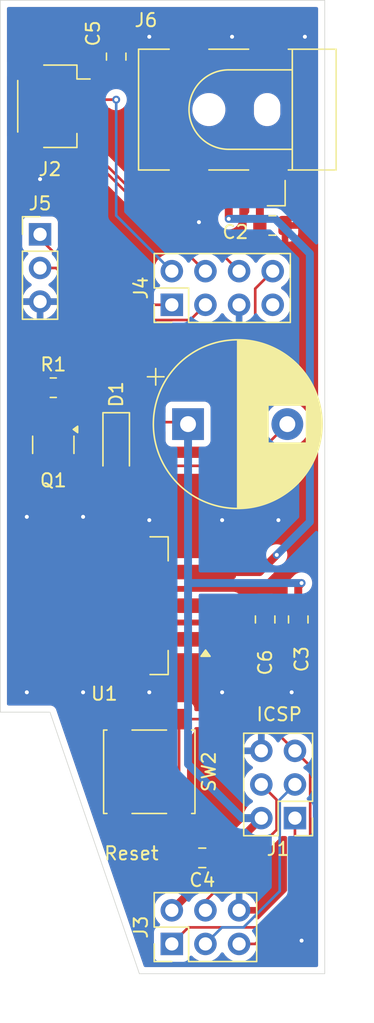
<source format=kicad_pcb>
(kicad_pcb (version 20240108) (generator "pcbnew") (generator_version "8.0")
  (layers (0 "F.Cu" signal) (31 "B.Cu" signal) (34 "B.Paste" user) (35 "F.Paste" user) (36 "B.SilkS" user "B.Silkscreen") (37 "F.SilkS" user "F.Silkscreen") (38 "B.Mask" user) (39 "F.Mask" user) (44 "Edge.Cuts" user))
  (net 0 "")
  (net 1 "+BATT")
  (net 2 "Net-(D1-A)")
  (net 3 "Net-(U1-VI)")
  (net 4 "GND")
  (net 5 "/SCK")
  (net 6 "/MISO")
  (net 7 "/RESET")
  (net 8 "/MOSI")
  (net 9 "Net-(J2-Pin_3)")
  (net 10 "+3.3V")
  (net 11 "Net-(J2-Pin_4)")
  (net 12 "Net-(Q1-B)")
  (net 13 "Net-(J4-Pin_8)")
  (net 14 "Net-(J4-Pin_1)")
  (net 16 "Net-(J4-Pin_3)")
  (footprint "Connector_JST:JST_SH_SM04B-SRSS-TB_1x04-1MP_P1.00mm_Horizontal" (layer "F.Cu") (at 146.75 75.75 -90)
    (property "Reference" "J2" (at 4.75 0.25 180) (layer "F.SilkS"))
    (property "Value" "Qwiic")
    (fp_line (start -1.94 2.685) (end 1.94 2.685) (stroke (width 0.12)) (layer "F.SilkS"))
    (fp_line (start -3.11 0.715) (end -3.11 -1.785) (stroke (width 0.12)) (layer "F.SilkS"))
    (fp_line (start 3.11 0.715) (end 3.11 -1.785) (stroke (width 0.12)) (layer "F.SilkS"))
    (fp_line (start -3.11 -1.785) (end -2.06 -1.785) (stroke (width 0.12)) (layer "F.SilkS"))
    (fp_line (start -2.06 -1.785) (end -2.06 -2.775) (stroke (width 0.12)) (layer "F.SilkS"))
    (fp_line (start 3.11 -1.785) (end 2.06 -1.785) (stroke (width 0.12)) (layer "F.SilkS"))
    (pad "1" smd roundrect (at -1.5 -2 270) (size 0.6 1.55) (layers "F.Cu" "F.Paste" "F.Mask") (net 4 "GND"))
    (pad "2" smd roundrect (at -0.5 -2 270) (size 0.6 1.55) (layers "F.Cu" "F.Paste" "F.Mask") (net 10 "+3.3V"))
    (pad "3" smd roundrect (at 0.5 -2 270) (size 0.6 1.55) (layers "F.Cu" "F.Paste" "F.Mask") (net 9 "Net-(J2-Pin_3)"))
    (pad "4" smd roundrect (at 1.5 -2 270) (size 0.6 1.55) (layers "F.Cu" "F.Paste" "F.Mask") (net 11 "Net-(J2-Pin_4)"))
    (pad "MP" smd roundrect (at -2.8 1.875 270) (size 1.2 1.8) (layers "F.Cu" "F.Paste" "F.Mask") (roundrect_rratio 0.208333))
    (pad "MP" smd roundrect (at 2.8 1.875 270) (size 1.2 1.8) (layers "F.Cu" "F.Paste" "F.Mask") (roundrect_rratio 0.208333))
  )
  (footprint "Capacitor_SMD:C_0805_2012Metric" (layer "F.Cu") (at 163.3 84.75)
    (property "Reference" "C2" (at -2.8 0.5 360) (layer "F.SilkS"))
    (property "Value" "10nF" (hide yes))
    (fp_line (start -0.261252 -0.735) (end 0.261252 -0.735) (stroke (width 0.12)) (layer "F.SilkS"))
    (fp_line (start -0.261252 0.735) (end 0.261252 0.735) (stroke (width 0.12)) (layer "F.SilkS"))
    (pad "1" smd roundrect (at -0.95 0) (size 1 1.45) (layers "F.Cu" "F.Paste" "F.Mask") (net 3 "Net-(U1-VI)"))
    (pad "2" smd roundrect (at 0.95 0) (size 1 1.45) (layers "F.Cu" "F.Paste" "F.Mask") (net 4 "GND"))
  )
  (footprint "Capacitor_SMD:C_0805_2012Metric" (layer "F.Cu") (at 151.5 72 90)
    (property "Reference" "C5" (at 1.75 -1.75 90) (layer "F.SilkS"))
    (property "Value" "10nF" (hide yes))
    (fp_line (start -0.261252 -0.735) (end 0.261252 -0.735) (stroke (width 0.12)) (layer "F.SilkS"))
    (fp_line (start -0.261252 0.735) (end 0.261252 0.735) (stroke (width 0.12)) (layer "F.SilkS"))
    (pad "1" smd roundrect (at -0.95 0 90) (size 1 1.45) (layers "F.Cu" "F.Paste" "F.Mask") (net 10 "+3.3V"))
    (pad "2" smd roundrect (at 0.95 0 90) (size 1 1.45) (layers "F.Cu" "F.Paste" "F.Mask") (net 4 "GND"))
  )
  (footprint "Connector_PinHeader_2.54mm:PinHeader_2x04_P2.54mm_Vertical" (layer "F.Cu") (at 155.7 90.74 90)
    (property "Reference" "J4" (at 1.27 -2.33 90) (layer "F.SilkS"))
    (property "Value" "Conn_02x04_Odd_Even")
    (fp_line (start 3.87 -1.33) (end 3.87 8.95) (stroke (width 0.12)) (layer "F.SilkS"))
    (fp_line (start 1.27 -1.33) (end 3.87 -1.33) (stroke (width 0.12)) (layer "F.SilkS"))
    (fp_line (start -1.33 -1.33) (end 0 -1.33) (stroke (width 0.12)) (layer "F.SilkS"))
    (fp_line (start -1.33 0) (end -1.33 -1.33) (stroke (width 0.12)) (layer "F.SilkS"))
    (fp_line (start 1.27 1.27) (end 1.27 -1.33) (stroke (width 0.12)) (layer "F.SilkS"))
    (fp_line (start -1.33 1.27) (end 1.27 1.27) (stroke (width 0.12)) (layer "F.SilkS"))
    (fp_line (start -1.33 1.27) (end -1.33 8.95) (stroke (width 0.12)) (layer "F.SilkS"))
    (fp_line (start -1.33 8.95) (end 3.87 8.95) (stroke (width 0.12)) (layer "F.SilkS"))
    (pad "1" thru_hole rect (at 0 0 90) (size 1.7 1.7) (drill 1) (layers "*.Cu" "*.Mask") (net 14 "Net-(J4-Pin_1)"))
    (pad "2" thru_hole oval (at 2.54 0 90) (size 1.7 1.7) (drill 1) (layers "*.Cu" "*.Mask") (net 10 "+3.3V"))
    (pad "3" thru_hole oval (at 0 2.54 90) (size 1.7 1.7) (drill 1) (layers "*.Cu" "*.Mask") (net 16 "Net-(J4-Pin_3)"))
    (pad "4" thru_hole oval (at 2.54 2.54 90) (size 1.7 1.7) (drill 1) (layers "*.Cu" "*.Mask") (net 11 "Net-(J2-Pin_4)"))
    (pad "5" thru_hole oval (at 0 5.08 90) (size 1.7 1.7) (drill 1) (layers "*.Cu" "*.Mask") (net 4 "GND"))
    (pad "6" thru_hole oval (at 2.54 5.08 90) (size 1.7 1.7) (drill 1) (layers "*.Cu" "*.Mask") (net 9 "Net-(J2-Pin_3)"))
    (pad "7" thru_hole oval (at 0 7.62 90) (size 1.7 1.7) (drill 1) (layers "*.Cu" "*.Mask"))
    (pad "8" thru_hole oval (at 2.54 7.62 90) (size 1.7 1.7) (drill 1) (layers "*.Cu" "*.Mask") (net 13 "Net-(J4-Pin_8)"))
  )
  (footprint "Connector_PinHeader_2.54mm:PinHeader_2x03_P2.54mm_Vertical" (layer "F.Cu") (at 165 129.5 180)
    (property "Reference" "J1" (at 1.27 -2.33 360) (layer "F.SilkS"))
    (property "Value" "6 Pin Male Header")
    (fp_line (start 3.87 -1.33) (end 3.87 6.41) (stroke (width 0.12)) (layer "F.SilkS"))
    (fp_line (start 1.27 1.27) (end 1.27 -1.33) (stroke (width 0.12)) (layer "F.SilkS"))
    (fp_line (start 1.27 -1.33) (end 3.87 -1.33) (stroke (width 0.12)) (layer "F.SilkS"))
    (fp_line (start -1.33 6.41) (end 3.87 6.41) (stroke (width 0.12)) (layer "F.SilkS"))
    (fp_line (start -1.33 1.27) (end 1.27 1.27) (stroke (width 0.12)) (layer "F.SilkS"))
    (fp_line (start -1.33 1.27) (end -1.33 6.41) (stroke (width 0.12)) (layer "F.SilkS"))
    (fp_line (start -1.33 0) (end -1.33 -1.33) (stroke (width 0.12)) (layer "F.SilkS"))
    (fp_line (start -1.33 -1.33) (end 0 -1.33) (stroke (width 0.12)) (layer "F.SilkS"))
    (pad "1" thru_hole rect (at 0 0 180) (size 1.7 1.7) (drill 1) (layers "*.Cu" "*.Mask") (net 6 "/MISO"))
    (pad "2" thru_hole oval (at 2.54 0 180) (size 1.7 1.7) (drill 1) (layers "*.Cu" "*.Mask") (net 1 "+BATT"))
    (pad "3" thru_hole oval (at 0 2.54 180) (size 1.7 1.7) (drill 1) (layers "*.Cu" "*.Mask") (net 5 "/SCK"))
    (pad "4" thru_hole oval (at 2.54 2.54 180) (size 1.7 1.7) (drill 1) (layers "*.Cu" "*.Mask") (net 8 "/MOSI"))
    (pad "5" thru_hole oval (at 0 5.08 180) (size 1.7 1.7) (drill 1) (layers "*.Cu" "*.Mask") (net 7 "/RESET"))
    (pad "6" thru_hole oval (at 2.54 5.08 180) (size 1.7 1.7) (drill 1) (layers "*.Cu" "*.Mask") (net 4 "GND"))
  )
  (footprint "Capacitor_SMD:C_0805_2012Metric" (layer "F.Cu") (at 158 132.5 180)
    (property "Reference" "C4" (at 0 -1.68 360) (layer "F.SilkS"))
    (property "Value" "10nF" (hide yes))
    (fp_line (start -0.261252 0.735) (end 0.261252 0.735) (stroke (width 0.12)) (layer "F.SilkS"))
    (fp_line (start -0.261252 -0.735) (end 0.261252 -0.735) (stroke (width 0.12)) (layer "F.SilkS"))
    (pad "1" smd roundrect (at -0.95 0 180) (size 1 1.45) (layers "F.Cu" "F.Paste" "F.Mask") (net 1 "+BATT"))
    (pad "2" smd roundrect (at 0.95 0 180) (size 1 1.45) (layers "F.Cu" "F.Paste" "F.Mask") (net 4 "GND"))
  )
  (footprint "Diode_SMD:D_SOD-123" (layer "F.Cu") (at 151.5 101.25 -90)
    (property "Reference" "D1" (at -3.75 0 90) (layer "F.SilkS"))
    (property "Value" "1N4148W" (hide yes))
    (fp_line (start -2.36 1) (end 1.65 1) (stroke (width 0.12)) (layer "F.SilkS"))
    (fp_line (start -2.36 -1) (end -2.36 1) (stroke (width 0.12)) (layer "F.SilkS"))
    (fp_line (start -2.36 -1) (end 1.65 -1) (stroke (width 0.12)) (layer "F.SilkS"))
    (pad "1" smd roundrect (at -1.65 0 270) (size 0.9 1.2) (layers "F.Cu" "F.Paste" "F.Mask") (net 1 "+BATT"))
    (pad "2" smd roundrect (at 1.65 0 270) (size 0.9 1.2) (layers "F.Cu" "F.Paste" "F.Mask") (net 2 "Net-(D1-A)"))
  )
  (footprint "Connector_PinHeader_2.54mm:PinHeader_2x03_P2.54mm_Vertical" (layer "F.Cu") (at 155.7 139 90)
    (property "Reference" "J3" (at 1.27 -2.33 90) (layer "F.SilkS"))
    (property "Value" "6 Pin Male Header")
    (fp_line (start 3.87 -1.33) (end 3.87 6.41) (stroke (width 0.12)) (layer "F.SilkS"))
    (fp_line (start 1.27 -1.33) (end 3.87 -1.33) (stroke (width 0.12)) (layer "F.SilkS"))
    (fp_line (start -1.33 -1.33) (end 0 -1.33) (stroke (width 0.12)) (layer "F.SilkS"))
    (fp_line (start -1.33 0) (end -1.33 -1.33) (stroke (width 0.12)) (layer "F.SilkS"))
    (fp_line (start 1.27 1.27) (end 1.27 -1.33) (stroke (width 0.12)) (layer "F.SilkS"))
    (fp_line (start -1.33 1.27) (end 1.27 1.27) (stroke (width 0.12)) (layer "F.SilkS"))
    (fp_line (start -1.33 1.27) (end -1.33 6.41) (stroke (width 0.12)) (layer "F.SilkS"))
    (fp_line (start -1.33 6.41) (end 3.87 6.41) (stroke (width 0.12)) (layer "F.SilkS"))
    (pad "1" thru_hole rect (at 0 0 90) (size 1.7 1.7) (drill 1) (layers "*.Cu" "*.Mask") (net 6 "/MISO"))
    (pad "2" thru_hole oval (at 2.54 0 90) (size 1.7 1.7) (drill 1) (layers "*.Cu" "*.Mask") (net 1 "+BATT"))
    (pad "3" thru_hole oval (at 0 2.54 90) (size 1.7 1.7) (drill 1) (layers "*.Cu" "*.Mask") (net 5 "/SCK"))
    (pad "4" thru_hole oval (at 2.54 2.54 90) (size 1.7 1.7) (drill 1) (layers "*.Cu" "*.Mask") (net 8 "/MOSI"))
    (pad "5" thru_hole oval (at 0 5.08 90) (size 1.7 1.7) (drill 1) (layers "*.Cu" "*.Mask") (net 7 "/RESET"))
    (pad "6" thru_hole oval (at 2.54 5.08 90) (size 1.7 1.7) (drill 1) (layers "*.Cu" "*.Mask") (net 4 "GND"))
  )
  (footprint "Package_TO_SOT_SMD:SOT-23" (layer "F.Cu") (at 146.75 101.3125 -90)
    (property "Reference" "Q1" (at 2.6875 0 180) (layer "F.SilkS"))
    (property "Value" "MMBT3904" (hide yes))
    (fp_line (start 0 1.56) (end -0.65 1.56) (stroke (width 0.12)) (layer "F.SilkS"))
    (fp_line (start 0 1.56) (end 0.65 1.56) (stroke (width 0.12)) (layer "F.SilkS"))
    (fp_line (start 0 -1.56) (end -0.65 -1.56) (stroke (width 0.12)) (layer "F.SilkS"))
    (fp_line (start 0 -1.56) (end 0.65 -1.56) (stroke (width 0.12)) (layer "F.SilkS"))
    (fp_poly (pts (xy -1.1625 -1.51) (xy -1.4025 -1.84) (xy -0.9225 -1.84) (xy -1.1625 -1.51)) (stroke (width 0.12)) (fill solid) (layer "F.SilkS"))
    (pad "1" smd roundrect (at -0.9375 -0.95 270) (size 1.475 0.6) (layers "F.Cu" "F.Paste" "F.Mask") (net 12 "Net-(Q1-B)"))
    (pad "2" smd roundrect (at -0.9375 0.95 270) (size 1.475 0.6) (layers "F.Cu" "F.Paste" "F.Mask") (net 4 "GND"))
    (pad "3" smd roundrect (at 0.9375 0 270) (size 1.475 0.6) (layers "F.Cu" "F.Paste" "F.Mask") (net 2 "Net-(D1-A)"))
  )
  (footprint "Capacitor_THT:CP_Radial_D12.5mm_P7.50mm" (layer "F.Cu") (at 156.926041 99.75)
    (property "Reference" "C1" (hide yes))
    (property "Value" "C")
    (fp_line (start -3.067082 -3.575) (end -1.817082 -3.575) (stroke (width 0.12)) (layer "F.SilkS"))
    (fp_line (start -2.442082 -4.2) (end -2.442082 -2.95) (stroke (width 0.12)) (layer "F.SilkS"))
    (fp_line (start 3.75 -6.33) (end 3.75 6.33) (stroke (width 0.12)) (layer "F.SilkS"))
    (fp_line (start 3.79 -6.33) (end 3.79 6.33) (stroke (width 0.12)) (layer "F.SilkS"))
    (fp_line (start 3.83 -6.33) (end 3.83 6.33) (stroke (width 0.12)) (layer "F.SilkS"))
    (fp_line (start 3.87 -6.329) (end 3.87 6.329) (stroke (width 0.12)) (layer "F.SilkS"))
    (fp_line (start 3.91 -6.328) (end 3.91 6.328) (stroke (width 0.12)) (layer "F.SilkS"))
    (fp_line (start 3.95 -6.327) (end 3.95 6.327) (stroke (width 0.12)) (layer "F.SilkS"))
    (fp_line (start 3.99 -6.326) (end 3.99 6.326) (stroke (width 0.12)) (layer "F.SilkS"))
    (fp_line (start 4.03 -6.324) (end 4.03 6.324) (stroke (width 0.12)) (layer "F.SilkS"))
    (fp_line (start 4.07 -6.322) (end 4.07 6.322) (stroke (width 0.12)) (layer "F.SilkS"))
    (fp_line (start 4.11 -6.32) (end 4.11 6.32) (stroke (width 0.12)) (layer "F.SilkS"))
    (fp_line (start 4.15 -6.318) (end 4.15 6.318) (stroke (width 0.12)) (layer "F.SilkS"))
    (fp_line (start 4.19 -6.315) (end 4.19 6.315) (stroke (width 0.12)) (layer "F.SilkS"))
    (fp_line (start 4.23 -6.312) (end 4.23 6.312) (stroke (width 0.12)) (layer "F.SilkS"))
    (fp_line (start 4.27 -6.309) (end 4.27 6.309) (stroke (width 0.12)) (layer "F.SilkS"))
    (fp_line (start 4.31 -6.306) (end 4.31 6.306) (stroke (width 0.12)) (layer "F.SilkS"))
    (fp_line (start 4.35 -6.302) (end 4.35 6.302) (stroke (width 0.12)) (layer "F.SilkS"))
    (fp_line (start 4.39 -6.298) (end 4.39 6.298) (stroke (width 0.12)) (layer "F.SilkS"))
    (fp_line (start 4.43 -6.294) (end 4.43 6.294) (stroke (width 0.12)) (layer "F.SilkS"))
    (fp_line (start 4.471 -6.29) (end 4.471 6.29) (stroke (width 0.12)) (layer "F.SilkS"))
    (fp_line (start 4.511 -6.285) (end 4.511 6.285) (stroke (width 0.12)) (layer "F.SilkS"))
    (fp_line (start 4.551 -6.28) (end 4.551 6.28) (stroke (width 0.12)) (layer "F.SilkS"))
    (fp_line (start 4.591 -6.275) (end 4.591 6.275) (stroke (width 0.12)) (layer "F.SilkS"))
    (fp_line (start 4.631 -6.269) (end 4.631 6.269) (stroke (width 0.12)) (layer "F.SilkS"))
    (fp_line (start 4.671 -6.264) (end 4.671 6.264) (stroke (width 0.12)) (layer "F.SilkS"))
    (fp_line (start 4.711 -6.258) (end 4.711 6.258) (stroke (width 0.12)) (layer "F.SilkS"))
    (fp_line (start 4.751 -6.252) (end 4.751 6.252) (stroke (width 0.12)) (layer "F.SilkS"))
    (fp_line (start 4.791 -6.245) (end 4.791 6.245) (stroke (width 0.12)) (layer "F.SilkS"))
    (fp_line (start 4.831 -6.238) (end 4.831 6.238) (stroke (width 0.12)) (layer "F.SilkS"))
    (fp_line (start 4.871 -6.231) (end 4.871 6.231) (stroke (width 0.12)) (layer "F.SilkS"))
    (fp_line (start 4.911 -6.224) (end 4.911 6.224) (stroke (width 0.12)) (layer "F.SilkS"))
    (fp_line (start 4.951 -6.216) (end 4.951 6.216) (stroke (width 0.12)) (layer "F.SilkS"))
    (fp_line (start 4.991 -6.209) (end 4.991 6.209) (stroke (width 0.12)) (layer "F.SilkS"))
    (fp_line (start 5.031 -6.201) (end 5.031 6.201) (stroke (width 0.12)) (layer "F.SilkS"))
    (fp_line (start 5.071 -6.192) (end 5.071 6.192) (stroke (width 0.12)) (layer "F.SilkS"))
    (fp_line (start 5.111 -6.184) (end 5.111 6.184) (stroke (width 0.12)) (layer "F.SilkS"))
    (fp_line (start 5.151 -6.175) (end 5.151 6.175) (stroke (width 0.12)) (layer "F.SilkS"))
    (fp_line (start 5.191 -6.166) (end 5.191 6.166) (stroke (width 0.12)) (layer "F.SilkS"))
    (fp_line (start 5.231 -6.156) (end 5.231 6.156) (stroke (width 0.12)) (layer "F.SilkS"))
    (fp_line (start 5.271 -6.146) (end 5.271 6.146) (stroke (width 0.12)) (layer "F.SilkS"))
    (fp_line (start 5.311 -6.137) (end 5.311 6.137) (stroke (width 0.12)) (layer "F.SilkS"))
    (fp_line (start 5.351 -6.126) (end 5.351 6.126) (stroke (width 0.12)) (layer "F.SilkS"))
    (fp_line (start 5.391 -6.116) (end 5.391 6.116) (stroke (width 0.12)) (layer "F.SilkS"))
    (fp_line (start 5.431 -6.105) (end 5.431 6.105) (stroke (width 0.12)) (layer "F.SilkS"))
    (fp_line (start 5.471 -6.094) (end 5.471 6.094) (stroke (width 0.12)) (layer "F.SilkS"))
    (fp_line (start 5.511 -6.083) (end 5.511 6.083) (stroke (width 0.12)) (layer "F.SilkS"))
    (fp_line (start 5.551 -6.071) (end 5.551 6.071) (stroke (width 0.12)) (layer "F.SilkS"))
    (fp_line (start 5.591 -6.059) (end 5.591 6.059) (stroke (width 0.12)) (layer "F.SilkS"))
    (fp_line (start 5.631 -6.047) (end 5.631 6.047) (stroke (width 0.12)) (layer "F.SilkS"))
    (fp_line (start 5.671 -6.034) (end 5.671 6.034) (stroke (width 0.12)) (layer "F.SilkS"))
    (fp_line (start 5.711 -6.021) (end 5.711 6.021) (stroke (width 0.12)) (layer "F.SilkS"))
    (fp_line (start 5.751 -6.008) (end 5.751 6.008) (stroke (width 0.12)) (layer "F.SilkS"))
    (fp_line (start 5.791 -5.995) (end 5.791 5.995) (stroke (width 0.12)) (layer "F.SilkS"))
    (fp_line (start 5.831 -5.981) (end 5.831 5.981) (stroke (width 0.12)) (layer "F.SilkS"))
    (fp_line (start 5.871 -5.967) (end 5.871 5.967) (stroke (width 0.12)) (layer "F.SilkS"))
    (fp_line (start 5.911 -5.953) (end 5.911 5.953) (stroke (width 0.12)) (layer "F.SilkS"))
    (fp_line (start 5.951 -5.939) (end 5.951 5.939) (stroke (width 0.12)) (layer "F.SilkS"))
    (fp_line (start 5.991 -5.924) (end 5.991 5.924) (stroke (width 0.12)) (layer "F.SilkS"))
    (fp_line (start 6.031 -5.908) (end 6.031 5.908) (stroke (width 0.12)) (layer "F.SilkS"))
    (fp_line (start 6.071 -5.893) (end 6.071 -1.44) (stroke (width 0.12)) (layer "F.SilkS"))
    (fp_line (start 6.071 1.44) (end 6.071 5.893) (stroke (width 0.12)) (layer "F.SilkS"))
    (fp_line (start 6.111 -5.877) (end 6.111 -1.44) (stroke (width 0.12)) (layer "F.SilkS"))
    (fp_line (start 6.111 1.44) (end 6.111 5.877) (stroke (width 0.12)) (layer "F.SilkS"))
    (fp_line (start 6.151 -5.861) (end 6.151 -1.44) (stroke (width 0.12)) (layer "F.SilkS"))
    (fp_line (start 6.151 1.44) (end 6.151 5.861) (stroke (width 0.12)) (layer "F.SilkS"))
    (fp_line (start 6.191 -5.845) (end 6.191 -1.44) (stroke (width 0.12)) (layer "F.SilkS"))
    (fp_line (start 6.191 1.44) (end 6.191 5.845) (stroke (width 0.12)) (layer "F.SilkS"))
    (fp_line (start 6.231 -5.828) (end 6.231 -1.44) (stroke (width 0.12)) (layer "F.SilkS"))
    (fp_line (start 6.231 1.44) (end 6.231 5.828) (stroke (width 0.12)) (layer "F.SilkS"))
    (fp_line (start 6.271 -5.811) (end 6.271 -1.44) (stroke (width 0.12)) (layer "F.SilkS"))
    (fp_line (start 6.271 1.44) (end 6.271 5.811) (stroke (width 0.12)) (layer "F.SilkS"))
    (fp_line (start 6.311 -5.793) (end 6.311 -1.44) (stroke (width 0.12)) (layer "F.SilkS"))
    (fp_line (start 6.311 1.44) (end 6.311 5.793) (stroke (width 0.12)) (layer "F.SilkS"))
    (fp_line (start 6.351 -5.776) (end 6.351 -1.44) (stroke (width 0.12)) (layer "F.SilkS"))
    (fp_line (start 6.351 1.44) (end 6.351 5.776) (stroke (width 0.12)) (layer "F.SilkS"))
    (fp_line (start 6.391 -5.758) (end 6.391 -1.44) (stroke (width 0.12)) (layer "F.SilkS"))
    (fp_line (start 6.391 1.44) (end 6.391 5.758) (stroke (width 0.12)) (layer "F.SilkS"))
    (fp_line (start 6.431 -5.739) (end 6.431 -1.44) (stroke (width 0.12)) (layer "F.SilkS"))
    (fp_line (start 6.431 1.44) (end 6.431 5.739) (stroke (width 0.12)) (layer "F.SilkS"))
    (fp_line (start 6.471 -5.721) (end 6.471 -1.44) (stroke (width 0.12)) (layer "F.SilkS"))
    (fp_line (start 6.471 1.44) (end 6.471 5.721) (stroke (width 0.12)) (layer "F.SilkS"))
    (fp_line (start 6.511 -5.702) (end 6.511 -1.44) (stroke (width 0.12)) (layer "F.SilkS"))
    (fp_line (start 6.511 1.44) (end 6.511 5.702) (stroke (width 0.12)) (layer "F.SilkS"))
    (fp_line (start 6.551 -5.682) (end 6.551 -1.44) (stroke (width 0.12)) (layer "F.SilkS"))
    (fp_line (start 6.551 1.44) (end 6.551 5.682) (stroke (width 0.12)) (layer "F.SilkS"))
    (fp_line (start 6.591 -5.662) (end 6.591 -1.44) (stroke (width 0.12)) (layer "F.SilkS"))
    (fp_line (start 6.591 1.44) (end 6.591 5.662) (stroke (width 0.12)) (layer "F.SilkS"))
    (fp_line (start 6.631 -5.642) (end 6.631 -1.44) (stroke (width 0.12)) (layer "F.SilkS"))
    (fp_line (start 6.631 1.44) (end 6.631 5.642) (stroke (width 0.12)) (layer "F.SilkS"))
    (fp_line (start 6.671 -5.622) (end 6.671 -1.44) (stroke (width 0.12)) (layer "F.SilkS"))
    (fp_line (start 6.671 1.44) (end 6.671 5.622) (stroke (width 0.12)) (layer "F.SilkS"))
    (fp_line (start 6.711 -5.601) (end 6.711 -1.44) (stroke (width 0.12)) (layer "F.SilkS"))
    (fp_line (start 6.711 1.44) (end 6.711 5.601) (stroke (width 0.12)) (layer "F.SilkS"))
    (fp_line (start 6.751 -5.58) (end 6.751 -1.44) (stroke (width 0.12)) (layer "F.SilkS"))
    (fp_line (start 6.751 1.44) (end 6.751 5.58) (stroke (width 0.12)) (layer "F.SilkS"))
    (fp_line (start 6.791 -5.558) (end 6.791 -1.44) (stroke (width 0.12)) (layer "F.SilkS"))
    (fp_line (start 6.791 1.44) (end 6.791 5.558) (stroke (width 0.12)) (layer "F.SilkS"))
    (fp_line (start 6.831 -5.536) (end 6.831 -1.44) (stroke (width 0.12)) (layer "F.SilkS"))
    (fp_line (start 6.831 1.44) (end 6.831 5.536) (stroke (width 0.12)) (layer "F.SilkS"))
    (fp_line (start 6.871 -5.514) (end 6.871 -1.44) (stroke (width 0.12)) (layer "F.SilkS"))
    (fp_line (start 6.871 1.44) (end 6.871 5.514) (stroke (width 0.12)) (layer "F.SilkS"))
    (fp_line (start 6.911 -5.491) (end 6.911 -1.44) (stroke (width 0.12)) (layer "F.SilkS"))
    (fp_line (start 6.911 1.44) (end 6.911 5.491) (stroke (width 0.12)) (layer "F.SilkS"))
    (fp_line (start 6.951 -5.468) (end 6.951 -1.44) (stroke (width 0.12)) (layer "F.SilkS"))
    (fp_line (start 6.951 1.44) (end 6.951 5.468) (stroke (width 0.12)) (layer "F.SilkS"))
    (fp_line (start 6.991 -5.445) (end 6.991 -1.44) (stroke (width 0.12)) (layer "F.SilkS"))
    (fp_line (start 6.991 1.44) (end 6.991 5.445) (stroke (width 0.12)) (layer "F.SilkS"))
    (fp_line (start 7.031 -5.421) (end 7.031 -1.44) (stroke (width 0.12)) (layer "F.SilkS"))
    (fp_line (start 7.031 1.44) (end 7.031 5.421) (stroke (width 0.12)) (layer "F.SilkS"))
    (fp_line (start 7.071 -5.397) (end 7.071 -1.44) (stroke (width 0.12)) (layer "F.SilkS"))
    (fp_line (start 7.071 1.44) (end 7.071 5.397) (stroke (width 0.12)) (layer "F.SilkS"))
    (fp_line (start 7.111 -5.372) (end 7.111 -1.44) (stroke (width 0.12)) (layer "F.SilkS"))
    (fp_line (start 7.111 1.44) (end 7.111 5.372) (stroke (width 0.12)) (layer "F.SilkS"))
    (fp_line (start 7.151 -5.347) (end 7.151 -1.44) (stroke (width 0.12)) (layer "F.SilkS"))
    (fp_line (start 7.151 1.44) (end 7.151 5.347) (stroke (width 0.12)) (layer "F.SilkS"))
    (fp_line (start 7.191 -5.322) (end 7.191 -1.44) (stroke (width 0.12)) (layer "F.SilkS"))
    (fp_line (start 7.191 1.44) (end 7.191 5.322) (stroke (width 0.12)) (layer "F.SilkS"))
    (fp_line (start 7.231 -5.296) (end 7.231 -1.44) (stroke (width 0.12)) (layer "F.SilkS"))
    (fp_line (start 7.231 1.44) (end 7.231 5.296) (stroke (width 0.12)) (layer "F.SilkS"))
    (fp_line (start 7.271 -5.27) (end 7.271 -1.44) (stroke (width 0.12)) (layer "F.SilkS"))
    (fp_line (start 7.271 1.44) (end 7.271 5.27) (stroke (width 0.12)) (layer "F.SilkS"))
    (fp_line (start 7.311 -5.243) (end 7.311 -1.44) (stroke (width 0.12)) (layer "F.SilkS"))
    (fp_line (start 7.311 1.44) (end 7.311 5.243) (stroke (width 0.12)) (layer "F.SilkS"))
    (fp_line (start 7.351 -5.216) (end 7.351 -1.44) (stroke (width 0.12)) (layer "F.SilkS"))
    (fp_line (start 7.351 1.44) (end 7.351 5.216) (stroke (width 0.12)) (layer "F.SilkS"))
    (fp_line (start 7.391 -5.188) (end 7.391 -1.44) (stroke (width 0.12)) (layer "F.SilkS"))
    (fp_line (start 7.391 1.44) (end 7.391 5.188) (stroke (width 0.12)) (layer "F.SilkS"))
    (fp_line (start 7.431 -5.16) (end 7.431 -1.44) (stroke (width 0.12)) (layer "F.SilkS"))
    (fp_line (start 7.431 1.44) (end 7.431 5.16) (stroke (width 0.12)) (layer "F.SilkS"))
    (fp_line (start 7.471 -5.131) (end 7.471 -1.44) (stroke (width 0.12)) (layer "F.SilkS"))
    (fp_line (start 7.471 1.44) (end 7.471 5.131) (stroke (width 0.12)) (layer "F.SilkS"))
    (fp_line (start 7.511 -5.102) (end 7.511 -1.44) (stroke (width 0.12)) (layer "F.SilkS"))
    (fp_line (start 7.511 1.44) (end 7.511 5.102) (stroke (width 0.12)) (layer "F.SilkS"))
    (fp_line (start 7.551 -5.073) (end 7.551 -1.44) (stroke (width 0.12)) (layer "F.SilkS"))
    (fp_line (start 7.551 1.44) (end 7.551 5.073) (stroke (width 0.12)) (layer "F.SilkS"))
    (fp_line (start 7.591 -5.043) (end 7.591 -1.44) (stroke (width 0.12)) (layer "F.SilkS"))
    (fp_line (start 7.591 1.44) (end 7.591 5.043) (stroke (width 0.12)) (layer "F.SilkS"))
    (fp_line (start 7.631 -5.012) (end 7.631 -1.44) (stroke (width 0.12)) (layer "F.SilkS"))
    (fp_line (start 7.631 1.44) (end 7.631 5.012) (stroke (width 0.12)) (layer "F.SilkS"))
    (fp_line (start 7.671 -4.982) (end 7.671 -1.44) (stroke (width 0.12)) (layer "F.SilkS"))
    (fp_line (start 7.671 1.44) (end 7.671 4.982) (stroke (width 0.12)) (layer "F.SilkS"))
    (fp_line (start 7.711 -4.95) (end 7.711 -1.44) (stroke (width 0.12)) (layer "F.SilkS"))
    (fp_line (start 7.711 1.44) (end 7.711 4.95) (stroke (width 0.12)) (layer "F.SilkS"))
    (fp_line (start 7.751 -4.918) (end 7.751 -1.44) (stroke (width 0.12)) (layer "F.SilkS"))
    (fp_line (start 7.751 1.44) (end 7.751 4.918) (stroke (width 0.12)) (layer "F.SilkS"))
    (fp_line (start 7.791 -4.885) (end 7.791 -1.44) (stroke (width 0.12)) (layer "F.SilkS"))
    (fp_line (start 7.791 1.44) (end 7.791 4.885) (stroke (width 0.12)) (layer "F.SilkS"))
    (fp_line (start 7.831 -4.852) (end 7.831 -1.44) (stroke (width 0.12)) (layer "F.SilkS"))
    (fp_line (start 7.831 1.44) (end 7.831 4.852) (stroke (width 0.12)) (layer "F.SilkS"))
    (fp_line (start 7.871 -4.819) (end 7.871 -1.44) (stroke (width 0.12)) (layer "F.SilkS"))
    (fp_line (start 7.871 1.44) (end 7.871 4.819) (stroke (width 0.12)) (layer "F.SilkS"))
    (fp_line (start 7.911 -4.785) (end 7.911 -1.44) (stroke (width 0.12)) (layer "F.SilkS"))
    (fp_line (start 7.911 1.44) (end 7.911 4.785) (stroke (width 0.12)) (layer "F.SilkS"))
    (fp_line (start 7.951 -4.75) (end 7.951 -1.44) (stroke (width 0.12)) (layer "F.SilkS"))
    (fp_line (start 7.951 1.44) (end 7.951 4.75) (stroke (width 0.12)) (layer "F.SilkS"))
    (fp_line (start 7.991 -4.714) (end 7.991 -1.44) (stroke (width 0.12)) (layer "F.SilkS"))
    (fp_line (start 7.991 1.44) (end 7.991 4.714) (stroke (width 0.12)) (layer "F.SilkS"))
    (fp_line (start 8.031 -4.678) (end 8.031 -1.44) (stroke (width 0.12)) (layer "F.SilkS"))
    (fp_line (start 8.031 1.44) (end 8.031 4.678) (stroke (width 0.12)) (layer "F.SilkS"))
    (fp_line (start 8.071 -4.642) (end 8.071 -1.44) (stroke (width 0.12)) (layer "F.SilkS"))
    (fp_line (start 8.071 1.44) (end 8.071 4.642) (stroke (width 0.12)) (layer "F.SilkS"))
    (fp_line (start 8.111 -4.605) (end 8.111 -1.44) (stroke (width 0.12)) (layer "F.SilkS"))
    (fp_line (start 8.111 1.44) (end 8.111 4.605) (stroke (width 0.12)) (layer "F.SilkS"))
    (fp_line (start 8.151 -4.567) (end 8.151 -1.44) (stroke (width 0.12)) (layer "F.SilkS"))
    (fp_line (start 8.151 1.44) (end 8.151 4.567) (stroke (width 0.12)) (layer "F.SilkS"))
    (fp_line (start 8.191 -4.528) (end 8.191 -1.44) (stroke (width 0.12)) (layer "F.SilkS"))
    (fp_line (start 8.191 1.44) (end 8.191 4.528) (stroke (width 0.12)) (layer "F.SilkS"))
    (fp_line (start 8.231 -4.489) (end 8.231 -1.44) (stroke (width 0.12)) (layer "F.SilkS"))
    (fp_line (start 8.231 1.44) (end 8.231 4.489) (stroke (width 0.12)) (layer "F.SilkS"))
    (fp_line (start 8.271 -4.449) (end 8.271 -1.44) (stroke (width 0.12)) (layer "F.SilkS"))
    (fp_line (start 8.271 1.44) (end 8.271 4.449) (stroke (width 0.12)) (layer "F.SilkS"))
    (fp_line (start 8.311 -4.408) (end 8.311 -1.44) (stroke (width 0.12)) (layer "F.SilkS"))
    (fp_line (start 8.311 1.44) (end 8.311 4.408) (stroke (width 0.12)) (layer "F.SilkS"))
    (fp_line (start 8.351 -4.367) (end 8.351 -1.44) (stroke (width 0.12)) (layer "F.SilkS"))
    (fp_line (start 8.351 1.44) (end 8.351 4.367) (stroke (width 0.12)) (layer "F.SilkS"))
    (fp_line (start 8.391 -4.325) (end 8.391 -1.44) (stroke (width 0.12)) (layer "F.SilkS"))
    (fp_line (start 8.391 1.44) (end 8.391 4.325) (stroke (width 0.12)) (layer "F.SilkS"))
    (fp_line (start 8.431 -4.282) (end 8.431 -1.44) (stroke (width 0.12)) (layer "F.SilkS"))
    (fp_line (start 8.431 1.44) (end 8.431 4.282) (stroke (width 0.12)) (layer "F.SilkS"))
    (fp_line (start 8.471 -4.238) (end 8.471 -1.44) (stroke (width 0.12)) (layer "F.SilkS"))
    (fp_line (start 8.471 1.44) (end 8.471 4.238) (stroke (width 0.12)) (layer "F.SilkS"))
    (fp_line (start 8.511 -4.194) (end 8.511 -1.44) (stroke (width 0.12)) (layer "F.SilkS"))
    (fp_line (start 8.511 1.44) (end 8.511 4.194) (stroke (width 0.12)) (layer "F.SilkS"))
    (fp_line (start 8.551 -4.148) (end 8.551 -1.44) (stroke (width 0.12)) (layer "F.SilkS"))
    (fp_line (start 8.551 1.44) (end 8.551 4.148) (stroke (width 0.12)) (layer "F.SilkS"))
    (fp_line (start 8.591 -4.102) (end 8.591 -1.44) (stroke (width 0.12)) (layer "F.SilkS"))
    (fp_line (start 8.591 1.44) (end 8.591 4.102) (stroke (width 0.12)) (layer "F.SilkS"))
    (fp_line (start 8.631 -4.055) (end 8.631 -1.44) (stroke (width 0.12)) (layer "F.SilkS"))
    (fp_line (start 8.631 1.44) (end 8.631 4.055) (stroke (width 0.12)) (layer "F.SilkS"))
    (fp_line (start 8.671 -4.007) (end 8.671 -1.44) (stroke (width 0.12)) (layer "F.SilkS"))
    (fp_line (start 8.671 1.44) (end 8.671 4.007) (stroke (width 0.12)) (layer "F.SilkS"))
    (fp_line (start 8.711 -3.957) (end 8.711 -1.44) (stroke (width 0.12)) (layer "F.SilkS"))
    (fp_line (start 8.711 1.44) (end 8.711 3.957) (stroke (width 0.12)) (layer "F.SilkS"))
    (fp_line (start 8.751 -3.907) (end 8.751 -1.44) (stroke (width 0.12)) (layer "F.SilkS"))
    (fp_line (start 8.751 1.44) (end 8.751 3.907) (stroke (width 0.12)) (layer "F.SilkS"))
    (fp_line (start 8.791 -3.856) (end 8.791 -1.44) (stroke (width 0.12)) (layer "F.SilkS"))
    (fp_line (start 8.791 1.44) (end 8.791 3.856) (stroke (width 0.12)) (layer "F.SilkS"))
    (fp_line (start 8.831 -3.804) (end 8.831 -1.44) (stroke (width 0.12)) (layer "F.SilkS"))
    (fp_line (start 8.831 1.44) (end 8.831 3.804) (stroke (width 0.12)) (layer "F.SilkS"))
    (fp_line (start 8.871 -3.75) (end 8.871 -1.44) (stroke (width 0.12)) (layer "F.SilkS"))
    (fp_line (start 8.871 1.44) (end 8.871 3.75) (stroke (width 0.12)) (layer "F.SilkS"))
    (fp_line (start 8.911 -3.696) (end 8.911 -1.44) (stroke (width 0.12)) (layer "F.SilkS"))
    (fp_line (start 8.911 1.44) (end 8.911 3.696) (stroke (width 0.12)) (layer "F.SilkS"))
    (fp_line (start 8.951 -3.64) (end 8.951 3.64) (stroke (width 0.12)) (layer "F.SilkS"))
    (fp_line (start 8.991 -3.583) (end 8.991 3.583) (stroke (width 0.12)) (layer "F.SilkS"))
    (fp_line (start 9.031 -3.524) (end 9.031 3.524) (stroke (width 0.12)) (layer "F.SilkS"))
    (fp_line (start 9.071 -3.464) (end 9.071 3.464) (stroke (width 0.12)) (layer "F.SilkS"))
    (fp_line (start 9.111 -3.402) (end 9.111 3.402) (stroke (width 0.12)) (layer "F.SilkS"))
    (fp_line (start 9.151 -3.339) (end 9.151 3.339) (stroke (width 0.12)) (layer "F.SilkS"))
    (fp_line (start 9.191 -3.275) (end 9.191 3.275) (stroke (width 0.12)) (layer "F.SilkS"))
    (fp_line (start 9.231 -3.208) (end 9.231 3.208) (stroke (width 0.12)) (layer "F.SilkS"))
    (fp_line (start 9.271 -3.14) (end 9.271 3.14) (stroke (width 0.12)) (layer "F.SilkS"))
    (fp_line (start 9.311 -3.069) (end 9.311 3.069) (stroke (width 0.12)) (layer "F.SilkS"))
    (fp_line (start 9.351 -2.996) (end 9.351 2.996) (stroke (width 0.12)) (layer "F.SilkS"))
    (fp_line (start 9.391 -2.921) (end 9.391 2.921) (stroke (width 0.12)) (layer "F.SilkS"))
    (fp_line (start 9.431 -2.844) (end 9.431 2.844) (stroke (width 0.12)) (layer "F.SilkS"))
    (fp_line (start 9.471 -2.764) (end 9.471 2.764) (stroke (width 0.12)) (layer "F.SilkS"))
    (fp_line (start 9.511 -2.681) (end 9.511 2.681) (stroke (width 0.12)) (layer "F.SilkS"))
    (fp_line (start 9.551 -2.594) (end 9.551 2.594) (stroke (width 0.12)) (layer "F.SilkS"))
    (fp_line (start 9.591 -2.504) (end 9.591 2.504) (stroke (width 0.12)) (layer "F.SilkS"))
    (fp_line (start 9.631 -2.41) (end 9.631 2.41) (stroke (width 0.12)) (layer "F.SilkS"))
    (fp_line (start 9.671 -2.312) (end 9.671 2.312) (stroke (width 0.12)) (layer "F.SilkS"))
    (fp_line (start 9.711 -2.209) (end 9.711 2.209) (stroke (width 0.12)) (layer "F.SilkS"))
    (fp_line (start 9.751 -2.1) (end 9.751 2.1) (stroke (width 0.12)) (layer "F.SilkS"))
    (fp_line (start 9.791 -1.984) (end 9.791 1.984) (stroke (width 0.12)) (layer "F.SilkS"))
    (fp_line (start 9.831 -1.861) (end 9.831 1.861) (stroke (width 0.12)) (layer "F.SilkS"))
    (fp_line (start 9.871 -1.728) (end 9.871 1.728) (stroke (width 0.12)) (layer "F.SilkS"))
    (fp_line (start 9.911 -1.583) (end 9.911 1.583) (stroke (width 0.12)) (layer "F.SilkS"))
    (fp_line (start 9.951 -1.422) (end 9.951 1.422) (stroke (width 0.12)) (layer "F.SilkS"))
    (fp_line (start 9.991 -1.241) (end 9.991 1.241) (stroke (width 0.12)) (layer "F.SilkS"))
    (fp_line (start 10.031 -1.028) (end 10.031 1.028) (stroke (width 0.12)) (layer "F.SilkS"))
    (fp_line (start 10.071 -0.757) (end 10.071 0.757) (stroke (width 0.12)) (layer "F.SilkS"))
    (fp_line (start 10.111 -0.317) (end 10.111 0.317) (stroke (width 0.12)) (layer "F.SilkS"))
    (fp_circle (center 3.75 0) (end 10.12 0) (stroke (width 0.12)) (fill none) (layer "F.SilkS"))
    (pad "1" thru_hole rect (at 0 0) (size 2.4 2.4) (drill 1.2) (layers "*.Cu" "*.Mask") (net 1 "+BATT"))
    (pad "2" thru_hole circle (at 7.5 0) (size 2.4 2.4) (drill 1.2) (layers "*.Cu" "*.Mask") (net 2 "Net-(D1-A)"))
  )
  (footprint "Package_TO_SOT_SMD:TO-263-3_TabPin2" (layer "F.Cu") (at 150.6 113.46 180)
    (property "Reference" "U1" (at 0 -6.65 360) (layer "F.SilkS"))
    (property "Value" "LM1085-5.0")
    (fp_line (start -3.46 5.2) (end -4.825 5.2) (stroke (width 0.12)) (layer "F.SilkS"))
    (fp_line (start -3.46 -5.2) (end -4.825 -5.2) (stroke (width 0.12)) (layer "F.SilkS"))
    (fp_line (start -4.825 5.2) (end -4.825 3.39) (stroke (width 0.12)) (layer "F.SilkS"))
    (fp_line (start -4.825 -5.2) (end -4.825 -3.39) (stroke (width 0.12)) (layer "F.SilkS"))
    (fp_poly (pts (xy -7.65 -3.35) (xy -7.99 -3.82) (xy -7.31 -3.82) (xy -7.65 -3.35)) (stroke (width 0.12)) (fill solid) (layer "F.SilkS"))
    (pad "1" smd roundrect (at -7.65 -2.54 180) (size 4.6 1.1) (layers "F.Cu" "F.Paste" "F.Mask") (roundrect_rratio 0.227273) (net 4 "GND"))
    (pad "2" smd roundrect (at -7.65 0 180) (size 4.6 1.1) (layers "F.Cu" "F.Paste" "F.Mask") (roundrect_rratio 0.227273) (net 1 "+BATT"))
    (pad "2" smd roundrect (at -0.925 -2.775 180) (size 4.55 5.25) (layers "F.Cu" "F.Paste") (roundrect_rratio 0.054945) (net 1 "+BATT"))
    (pad "2" smd roundrect (at -0.925 2.775 180) (size 4.55 5.25) (layers "F.Cu" "F.Paste") (roundrect_rratio 0.054945) (net 1 "+BATT"))
    (pad "2" smd roundrect (at 1.5 0 180) (size 9.4 10.8) (layers "F.Cu" "F.Mask") (roundrect_rratio 0.026596) (net 1 "+BATT"))
    (pad "2" smd roundrect (at 3.925 -2.775 180) (size 4.55 5.25) (layers "F.Cu" "F.Paste") (roundrect_rratio 0.054945) (net 1 "+BATT"))
    (pad "2" smd roundrect (at 3.925 2.775 180) (size 4.55 5.25) (layers "F.Cu" "F.Paste") (roundrect_rratio 0.054945) (net 1 "+BATT"))
    (pad "3" smd roundrect (at -7.65 2.54 180) (size 4.6 1.1) (layers "F.Cu" "F.Paste" "F.Mask") (roundrect_rratio 0.227273) (net 3 "Net-(U1-VI)"))
  )
  (footprint "Connector_PinHeader_2.54mm:PinHeader_1x03_P2.54mm_Vertical" (layer "F.Cu") (at 145.75 85.42)
    (property "Reference" "J5" (at 0 -2.33 360) (layer "F.SilkS"))
    (property "Value" "Conn_01x03" (hide yes))
    (fp_line (start -1.33 -1.33) (end 0 -1.33) (stroke (width 0.12)) (layer "F.SilkS"))
    (fp_line (start -1.33 0) (end -1.33 -1.33) (stroke (width 0.12)) (layer "F.SilkS"))
    (fp_line (start -1.33 1.27) (end -1.33 6.41) (stroke (width 0.12)) (layer "F.SilkS"))
    (fp_line (start -1.33 1.27) (end 1.33 1.27) (stroke (width 0.12)) (layer "F.SilkS"))
    (fp_line (start -1.33 6.41) (end 1.33 6.41) (stroke (width 0.12)) (layer "F.SilkS"))
    (fp_line (start 1.33 1.27) (end 1.33 6.41) (stroke (width 0.12)) (layer "F.SilkS"))
    (pad "1" thru_hole rect (at 0 0) (size 1.7 1.7) (drill 1) (layers "*.Cu" "*.Mask") (net 14 "Net-(J4-Pin_1)"))
    (pad "2" thru_hole oval (at 0 2.54) (size 1.7 1.7) (drill 1) (layers "*.Cu" "*.Mask") (net 16 "Net-(J4-Pin_3)"))
    (pad "3" thru_hole oval (at 0 5.08) (size 1.7 1.7) (drill 1) (layers "*.Cu" "*.Mask") (net 4 "GND"))
  )
  (footprint "Button_Switch_SMD:SW_SPST_B3S-1000" (layer "F.Cu") (at 154 126 -90)
    (property "Reference" "SW2" (at 0 -4.5 90) (layer "F.SilkS"))
    (property "Value" "SW_SPST" (hide yes))
    (fp_line (start -3.15 3.45) (end -3.15 3.2) (stroke (width 0.12)) (layer "F.SilkS"))
    (fp_line (start 3.15 3.45) (end -3.15 3.45) (stroke (width 0.12)) (layer "F.SilkS"))
    (fp_line (start 3.15 3.2) (end 3.15 3.45) (stroke (width 0.12)) (layer "F.SilkS"))
    (fp_line (start -3.15 1.3) (end -3.15 -1.3) (stroke (width 0.12)) (layer "F.SilkS"))
    (fp_line (start 3.15 -1.3) (end 3.15 1.3) (stroke (width 0.12)) (layer "F.SilkS"))
    (fp_line (start -3.15 -3.2) (end -3.15 -3.45) (stroke (width 0.12)) (layer "F.SilkS"))
    (fp_line (start -3.15 -3.45) (end 3.15 -3.45) (stroke (width 0.12)) (layer "F.SilkS"))
    (fp_line (start 3.15 -3.45) (end 3.15 -3.2) (stroke (width 0.12)) (layer "F.SilkS"))
    (pad "1" smd rect (at -3.975 -2.25 270) (size 1.55 1.3) (layers "F.Cu" "F.Paste" "F.Mask") (net 7 "/RESET"))
    (pad "1" smd rect (at 3.975 -2.25 270) (size 1.55 1.3) (layers "F.Cu" "F.Paste" "F.Mask") (net 7 "/RESET"))
    (pad "2" smd rect (at -3.975 2.25 270) (size 1.55 1.3) (layers "F.Cu" "F.Paste" "F.Mask") (net 4 "GND"))
    (pad "2" smd rect (at 3.975 2.25 270) (size 1.55 1.3) (layers "F.Cu" "F.Paste" "F.Mask") (net 4 "GND"))
  )
  (footprint "Capacitor_SMD:C_0805_2012Metric" (layer "F.Cu") (at 162.75 114.5 -90)
    (property "Reference" "C6" (at 3.25 0 90) (layer "F.SilkS"))
    (property "Value" "10nF" (hide yes))
    (fp_line (start -0.261252 0.735) (end 0.261252 0.735) (stroke (width 0.12)) (layer "F.SilkS"))
    (fp_line (start -0.261252 -0.735) (end 0.261252 -0.735) (stroke (width 0.12)) (layer "F.SilkS"))
    (pad "1" smd roundrect (at -0.95 0 270) (size 1 1.45) (layers "F.Cu" "F.Paste" "F.Mask") (net 1 "+BATT"))
    (pad "2" smd roundrect (at 0.95 0 270) (size 1 1.45) (layers "F.Cu" "F.Paste" "F.Mask") (net 4 "GND"))
  )
  (footprint "Connector_BarrelJack:BarrelJack_CLIFF_FC681465S_SMT_Horizontal" (layer "F.Cu") (at 160 76 180)
    (property "Reference" "J6" (at 6.25 6.75 360) (layer "F.SilkS"))
    (property "Value" "Barrel_Jack_Switch" (hide yes))
    (fp_line (start 6.81 4.56) (end 6.81 -4.56) (stroke (width 0.12)) (layer "F.SilkS"))
    (fp_line (start 4.5 4.56) (end 6.81 4.56) (stroke (width 0.12)) (layer "F.SilkS"))
    (fp_line (start 4.5 -4.56) (end 6.81 -4.56) (stroke (width 0.12)) (layer "F.SilkS"))
    (fp_line (start -1.5 4.56) (end 1.5 4.56) (stroke (width 0.12)) (layer "F.SilkS"))
    (fp_line (start -1.5 -4.56) (end 1.5 -4.56) (stroke (width 0.12)) (layer "F.SilkS"))
    (fp_line (start -2.92 -7.26) (end -4.26 -7.26) (stroke (width 0.12)) (layer "F.SilkS"))
    (fp_line (start -4.26 -7.26) (end -4.26 -5.36) (stroke (width 0.12)) (layer "F.SilkS"))
    (fp_line (start -4.8 4.56) (end -4.8 -4.56) (stroke (width 0.12)) (layer "F.SilkS"))
    (fp_line (start -4.8 3) (end 0 3) (stroke (width 0.12)) (layer "F.SilkS"))
    (fp_line (start -4.8 -3) (end 0 -3) (stroke (width 0.12)) (layer "F.SilkS"))
    (fp_line (start -8.11 4.56) (end -4.5 4.56) (stroke (width 0.12)) (layer "F.SilkS"))
    (fp_line (start -8.11 4.56) (end -8.11 -4.56) (stroke (width 0.12)) (layer "F.SilkS"))
    (fp_line (start -8.11 -4.56) (end -4.5 -4.56) (stroke (width 0.12)) (layer "F.SilkS"))
    (fp_arc (start 0 -3) (mid 3 0) (end 0 3) (stroke (width 0.12)) (layer "F.SilkS"))
    (pad "" np_thru_hole oval (at -2.9 0 270) (size 2 1.5) (drill oval 2 1.5) (layers "*.Cu" "*.Mask"))
    (pad "" np_thru_hole circle (at 1.5 0 270) (size 2 2) (drill 2) (layers "*.Cu" "*.Mask"))
    (pad "1" smd rect (at -3 -5.5 270) (size 3 2) (layers "F.Cu" "F.Paste" "F.Mask") (net 3 "Net-(U1-VI)"))
    (pad "1" smd rect (at 3 -5.5 270) (size 3 2) (layers "F.Cu" "F.Paste" "F.Mask") (net 3 "Net-(U1-VI)"))
    (pad "2" smd rect (at 3 5.5 270) (size 3 2) (layers "F.Cu" "F.Paste" "F.Mask") (net 4 "GND"))
    (pad "3" smd rect (at -3 5.5 270) (size 3 2) (layers "F.Cu" "F.Paste" "F.Mask") (net 4 "GND"))
  )
  (footprint "Capacitor_SMD:C_0805_2012Metric" (layer "F.Cu") (at 165.25 114.5 -90)
    (property "Reference" "C3" (at 3 -0.25 90) (layer "F.SilkS"))
    (property "Value" "2.2uF" (hide yes))
    (fp_line (start -0.261252 0.735) (end 0.261252 0.735) (stroke (width 0.12)) (layer "F.SilkS"))
    (fp_line (start -0.261252 -0.735) (end 0.261252 -0.735) (stroke (width 0.12)) (layer "F.SilkS"))
    (pad "1" smd roundrect (at -0.95 0 270) (size 1 1.45) (layers "F.Cu" "F.Paste" "F.Mask") (net 1 "+BATT"))
    (pad "2" smd roundrect (at 0.95 0 270) (size 1 1.45) (layers "F.Cu" "F.Paste" "F.Mask") (net 4 "GND"))
  )
  (footprint "Resistor_SMD:R_0805_2012Metric" (layer "F.Cu") (at 146.75 97 180)
    (property "Reference" "R1" (at 0 1.75 360) (layer "F.SilkS"))
    (property "Value" "1k" (hide yes))
    (fp_line (start -0.227064 0.735) (end 0.227064 0.735) (stroke (width 0.12)) (layer "F.SilkS"))
    (fp_line (start -0.227064 -0.735) (end 0.227064 -0.735) (stroke (width 0.12)) (layer "F.SilkS"))
    (pad "1" smd roundrect (at -0.9125 0 180) (size 1.025 1.4) (layers "F.Cu" "F.Paste" "F.Mask") (roundrect_rratio 0.243902) (net 13 "Net-(J4-Pin_8)"))
    (pad "2" smd roundrect (at 0.9125 0 180) (size 1.025 1.4) (layers "F.Cu" "F.Paste" "F.Mask") (roundrect_rratio 0.243902) (net 12 "Net-(Q1-B)"))
  )
  (gr_line (start 142.75 121.5) (end 142.75 67.75) (stroke (width 0.05)) (layer "Edge.Cuts"))
  (gr_line (start 153.25 141.25) (end 146.5 121.5) (stroke (width 0.05)) (layer "Edge.Cuts"))
  (gr_line (start 167.25 67.75) (end 167.25 141.25) (stroke (width 0.05)) (layer "Edge.Cuts"))
  (gr_line (start 153.25 141.25) (end 167.25 141.25) (stroke (width 0.05)) (layer "Edge.Cuts"))
  (gr_line (start 167.25 67.75) (end 142.75 67.75) (stroke (width 0.05)) (layer "Edge.Cuts"))
  (gr_line (start 146.5 121.5) (end 142.75 121.5) (stroke (width 0.05)) (layer "Edge.Cuts"))
  (gr_text "Reset" (at 150.5 132.75 0) (layer "F.SilkS") (effects (font (size 1 1)) (justify left bottom)))
  (gr_text "ICSP" (at 162 122.25 0) (layer "F.SilkS") (effects (font (size 1 1)) (justify left bottom)))
  (segment (start 158.25 113.46) (end 162.66 113.46) (width 0.6) (layer "F.Cu") (net 1))
  (segment (start 154.3 113.46) (end 151.525 110.685) (width 0.6) (layer "F.Cu") (net 1))
  (segment (start 165.25 112) (end 165.5 111.75) (width 0.6) (layer "F.Cu") (net 1))
  (segment (start 162.66 113.46) (end 162.75 113.55) (width 0.6) (layer "F.Cu") (net 1))
  (segment (start 158.95 132.5) (end 158.95 133.21) (width 0.6) (layer "F.Cu") (net 1))
  (segment (start 151.5 99.6) (end 156.776041 99.6) (width 0.2) (layer "F.Cu") (net 1))
  (segment (start 158.95 133.21) (end 155.7 136.46) (width 0.6) (layer "F.Cu") (net 1))
  (segment (start 165.25 113.55) (end 165.25 112) (width 0.6) (layer "F.Cu") (net 1))
  (segment (start 158.25 113.46) (end 154.3 113.46) (width 0.6) (layer "F.Cu") (net 1))
  (segment (start 165.25 113.55) (end 162.75 113.55) (width 0.6) (layer "F.Cu") (net 1))
  (segment (start 156.776041 99.6) (end 156.926041 99.75) (width 0.2) (layer "F.Cu") (net 1))
  (segment (start 159.46 132.5) (end 162.46 129.5) (width 0.6) (layer "F.Cu") (net 1))
  (segment (start 158.95 132.5) (end 159.46 132.5) (width 0.6) (layer "F.Cu") (net 1))
  (via (at 165.5 111.75) (size 0.6) (drill 0.3) (layers "F.Cu" "B.Cu") (net 1))
  (segment (start 161 129.5) (end 156.926041 125.426041) (width 0.6) (layer "B.Cu") (net 1))
  (segment (start 165.5 111.75) (end 156.926041 111.75) (width 0.6) (layer "B.Cu") (net 1))
  (segment (start 156.926041 125.426041) (end 156.926041 111.75) (width 0.6) (layer "B.Cu") (net 1))
  (segment (start 156.926041 111.75) (end 156.926041 99.75) (width 0.6) (layer "B.Cu") (net 1))
  (segment (start 162.46 129.5) (end 161 129.5) (width 0.6) (layer "B.Cu") (net 1))
  (segment (start 146.75 102.25) (end 147.4 102.9) (width 0.2) (layer "F.Cu") (net 2))
  (segment (start 147.4 102.9) (end 151.5 102.9) (width 0.2) (layer "F.Cu") (net 2))
  (segment (start 164.426041 99.75) (end 161.276041 102.9) (width 0.2) (layer "F.Cu") (net 2))
  (segment (start 161.276041 102.9) (end 151.5 102.9) (width 0.2) (layer "F.Cu") (net 2))
  (segment (start 163.625 109.625) (end 162.33 110.92) (width 0.6) (layer "F.Cu") (net 3))
  (segment (start 160 84.25) (end 160 81.5) (width 0.6) (layer "F.Cu") (net 3))
  (segment (start 162.33 110.92) (end 158.25 110.92) (width 0.6) (layer "F.Cu") (net 3))
  (segment (start 162.35 82.15) (end 163 81.5) (width 0.6) (layer "F.Cu") (net 3))
  (segment (start 157 81.5) (end 160 81.5) (width 0.6) (layer "F.Cu") (net 3))
  (segment (start 160 81.5) (end 163 81.5) (width 0.6) (layer "F.Cu") (net 3))
  (segment (start 162.35 84.75) (end 162.35 82.15) (width 0.6) (layer "F.Cu") (net 3))
  (via (at 163.625 109.625) (size 0.6) (drill 0.3) (layers "F.Cu" "B.Cu") (net 3))
  (via (at 160 84.25) (size 0.6) (drill 0.3) (layers "F.Cu" "B.Cu") (net 3))
  (segment (start 166.126041 107.123959) (end 166.126041 86.876041) (width 0.6) (layer "B.Cu") (net 3))
  (segment (start 163.5 84.25) (end 160 84.25) (width 0.6) (layer "B.Cu") (net 3))
  (segment (start 163.625 109.625) (end 166.126041 107.123959) (width 0.6) (layer "B.Cu") (net 3))
  (segment (start 166.126041 86.876041) (end 163.5 84.25) (width 0.6) (layer "B.Cu") (net 3))
  (via (at 159.5 107) (size 0.6) (drill 0.3) (layers "F.Cu" "B.Cu") (net 4))
  (via (at 165.5 138.75) (size 0.6) (drill 0.3) (layers "F.Cu" "B.Cu") (net 4))
  (via (at 160.25 70.5) (size 0.6) (drill 0.3) (layers "F.Cu" "B.Cu") (net 4))
  (via (at 149 120) (size 0.6) (drill 0.3) (layers "F.Cu" "B.Cu") (net 4))
  (via (at 145.75 81.25) (size 0.6) (drill 0.3) (layers "F.Cu" "B.Cu") (net 4))
  (via (at 154 70.5) (size 0.6) (drill 0.3) (layers "F.Cu" "B.Cu") (net 4))
  (via (at 154 107) (size 0.6) (drill 0.3) (layers "F.Cu" "B.Cu") (net 4))
  (via (at 159.5 120) (size 0.6) (drill 0.3) (layers "F.Cu" "B.Cu") (net 4))
  (via (at 163.75 107) (size 0.6) (drill 0.3) (layers "F.Cu" "B.Cu") (net 4))
  (via (at 144.75 120) (size 0.6) (drill 0.3) (layers "F.Cu" "B.Cu") (net 4))
  (via (at 164.75 120) (size 0.6) (drill 0.3) (layers "F.Cu" "B.Cu") (net 4))
  (via (at 157.75 84.5) (size 0.6) (drill 0.3) (layers "F.Cu" "B.Cu") (net 4))
  (via (at 154 120) (size 0.6) (drill 0.3) (layers "F.Cu" "B.Cu") (net 4))
  (via (at 165.75 70.5) (size 0.6) (drill 0.3) (layers "F.Cu" "B.Cu") (net 4))
  (via (at 144.75 106.75) (size 0.6) (drill 0.3) (layers "F.Cu" "B.Cu") (net 4))
  (via (at 149 106.75) (size 0.6) (drill 0.3) (layers "F.Cu" "B.Cu") (net 4))
  (segment (start 165 126.96) (end 163.85 128.11) (width 0.2) (layer "B.Cu") (net 5))
  (segment (start 163.85 135.016346) (end 161.116346 137.75) (width 0.2) (layer "B.Cu") (net 5))
  (segment (start 161.116346 137.75) (end 159.49 137.75) (width 0.2) (layer "B.Cu") (net 5))
  (segment (start 159.49 137.75) (end 158.24 139) (width 0.2) (layer "B.Cu") (net 5))
  (segment (start 163.85 128.11) (end 163.85 135.016346) (width 0.2) (layer "B.Cu") (net 5))
  (segment (start 162.5 137.75) (end 156.95 137.75) (width 0.2) (layer "F.Cu") (net 6))
  (segment (start 156.95 137.75) (end 155.7 139) (width 0.2) (layer "F.Cu") (net 6))
  (segment (start 165 135.25) (end 162.5 137.75) (width 0.2) (layer "F.Cu") (net 6))
  (segment (start 165 129.5) (end 165 135.25) (width 0.2) (layer "F.Cu") (net 6))
  (segment (start 160.78 139) (end 162 139) (width 0.2) (layer "F.Cu") (net 7))
  (segment (start 165 124.42) (end 162.605 122.025) (width 0.2) (layer "F.Cu") (net 7))
  (segment (start 166.15 134.85) (end 166.15 125.57) (width 0.2) (layer "F.Cu") (net 7))
  (segment (start 162.605 122.025) (end 156.25 122.025) (width 0.2) (layer "F.Cu") (net 7))
  (segment (start 162 139) (end 166.15 134.85) (width 0.2) (layer "F.Cu") (net 7))
  (segment (start 166.15 125.57) (end 165 124.42) (width 0.2) (layer "F.Cu") (net 7))
  (segment (start 156.25 122.025) (end 156.25 129.975) (width 0.2) (layer "F.Cu") (net 7))
  (segment (start 163.61 128.11) (end 163.61 130.39) (width 0.2) (layer "F.Cu") (net 8))
  (segment (start 158.24 135.76) (end 158.24 136.46) (width 0.2) (layer "F.Cu") (net 8))
  (segment (start 162.46 126.96) (end 163.61 128.11) (width 0.2) (layer "F.Cu") (net 8))
  (segment (start 163.61 130.39) (end 158.24 135.76) (width 0.2) (layer "F.Cu") (net 8))
  (segment (start 149.825 79.259314) (end 157.065686 86.5) (width 0.2) (layer "F.Cu") (net 9))
  (segment (start 149.825 76.909448) (end 149.825 79.259314) (width 0.2) (layer "F.Cu") (net 9))
  (segment (start 159.08 86.5) (end 160.78 88.2) (width 0.2) (layer "F.Cu") (net 9))
  (segment (start 148.75 76.25) (end 149.165552 76.25) (width 0.2) (layer "F.Cu") (net 9))
  (segment (start 149.165552 76.25) (end 149.825 76.909448) (width 0.2) (layer "F.Cu") (net 9))
  (segment (start 157.065686 86.5) (end 159.08 86.5) (width 0.2) (layer "F.Cu") (net 9))
  (segment (start 148.75 75.25) (end 149.2 75.25) (width 0.2) (layer "F.Cu") (net 10))
  (segment (start 149.2 75.25) (end 151.5 72.95) (width 0.2) (layer "F.Cu") (net 10))
  (segment (start 151.5 75.25) (end 148.75 75.25) (width 0.2) (layer "F.Cu") (net 10))
  (via (at 151.5 75.25) (size 0.6) (drill 0.3) (layers "F.Cu" "B.Cu") (net 10))
  (segment (start 151.5 84) (end 151.5 75.25) (width 0.2) (layer "B.Cu") (net 10))
  (segment (start 155.7 88.2) (end 151.5 84) (width 0.2) (layer "B.Cu") (net 10))
  (segment (start 148.75 78.75) (end 158.2 88.2) (width 0.2) (layer "F.Cu") (net 11))
  (segment (start 148.75 77.25) (end 148.75 78.75) (width 0.2) (layer "F.Cu") (net 11))
  (segment (start 158.2 88.2) (end 158.24 88.2) (width 0.2) (layer "F.Cu") (net 11))
  (segment (start 147.7 98.8625) (end 145.8375 97) (width 0.2) (layer "F.Cu") (net 12))
  (segment (start 147.7 100.375) (end 147.7 98.8625) (width 0.2) (layer "F.Cu") (net 12))
  (segment (start 162 89.52) (end 163.32 88.2) (width 0.2) (layer "F.Cu") (net 13))
  (segment (start 162 92.5) (end 162 89.52) (width 0.2) (layer "F.Cu") (net 13))
  (segment (start 157.5 97) (end 162 92.5) (width 0.2) (layer "F.Cu") (net 13))
  (segment (start 147.6625 97) (end 157.5 97) (width 0.2) (layer "F.Cu") (net 13))
  (segment (start 150.74 90.74) (end 145.75 85.75) (width 0.2) (layer "F.Cu") (net 14))
  (segment (start 145.75 85.75) (end 145.75 85.42) (width 0.2) (layer "F.Cu") (net 14))
  (segment (start 155.7 90.74) (end 150.74 90.74) (width 0.2) (layer "F.Cu") (net 14))
  (segment (start 145.75 87.96) (end 146.96 87.96) (width 0.2) (layer "F.Cu") (net 16))
  (segment (start 146.96 87.96) (end 150.89 91.89) (width 0.2) (layer "F.Cu") (net 16))
  (segment (start 150.89 91.89) (end 157.09 91.89) (width 0.2) (layer "F.Cu") (net 16))
  (segment (start 157.09 91.89) (end 158.24 90.74) (width 0.2) (layer "F.Cu") (net 16))
  (zone (net 4) (net_name "GND") (layers "F&B.Cu") (connect_pads (clearance 0.5)) (min_thickness 0.25) (fill yes (thermal_gap 0.5) (thermal_bridge_width 0.5))
    (polygon (pts (xy 142.75 67.75) (xy 167.25 67.75) (xy 167.25 141.25) (xy 153.25 141.25) (xy 146.5 121.5) (xy 142.75 121.5)))
  )
)
</source>
